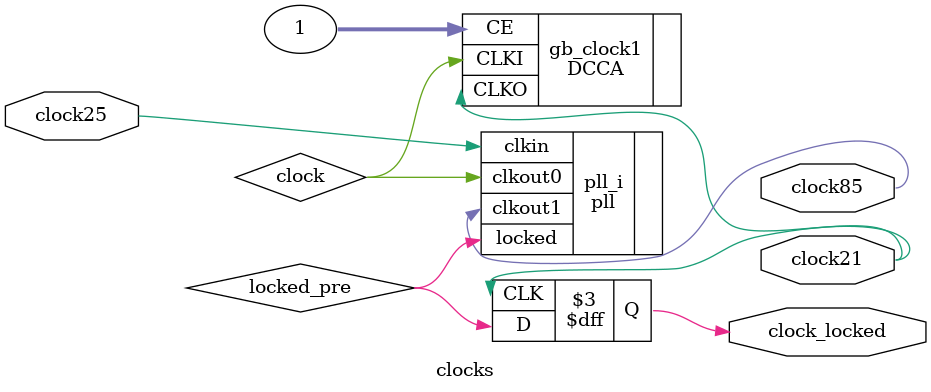
<source format=v>
`timescale 10 ns/ 1 ps 

module clocks(
  input clock25,
  output clock21,
  output clock85,
  output reg clock_locked);

`ifdef SIM
  initial clock_locked = 1;
  reg clock21477 = 0;
  reg clock85908 = 0;
  always #2.34 clock21477 = ~clock21477;
  always #0.585 clock85908 = ~clock85908;
  assign clock85 = clock85908;
  assign clock21 = clock21477;
`else

  wire locked_pre;
  wire clock;
  pll pll_i(
    .clkin(clock25),
    .clkout0(clock),
    .clkout1(clock85),
    .locked(locked_pre)
  );

  DCCA gb_clock1(
    .CLKI(clock),
    .CE(1),
    .CLKO(clock21)
  );

  always @(posedge clock21)
    clock_locked <= locked_pre;

`endif


endmodule

</source>
